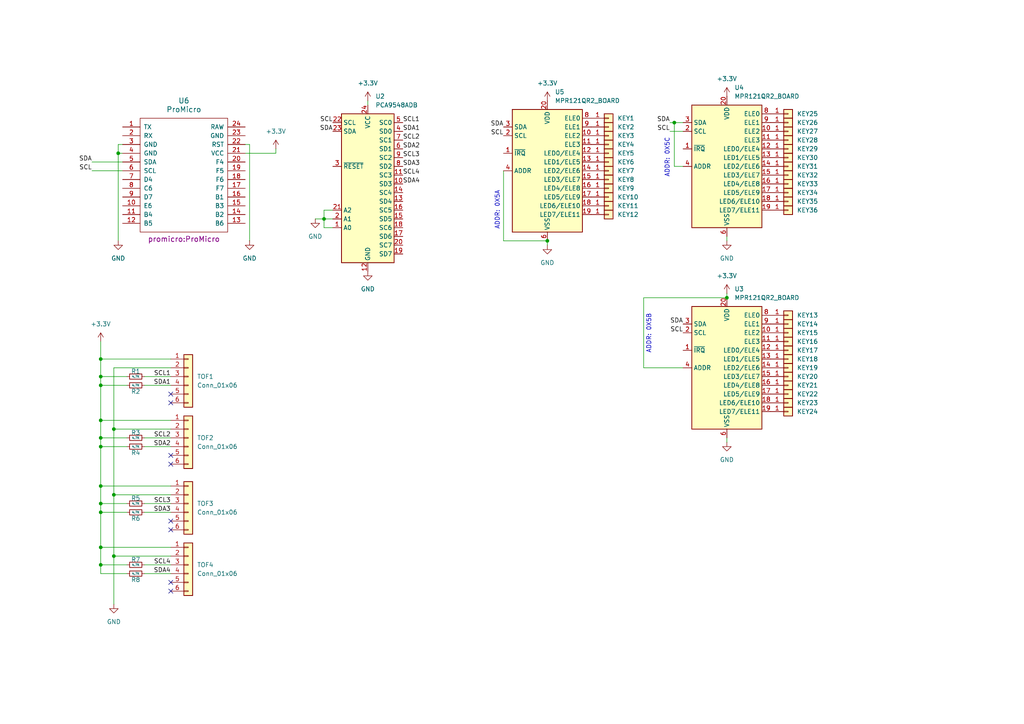
<source format=kicad_sch>
(kicad_sch (version 20231120) (generator "eeschema") (generator_version "8.0")
  (paper "A4")
  (lib_symbols
    (symbol "Connector_Generic:Conn_01x01" (pin_names (offset 1.016) hide)
      (property "Reference" "J" (at 0 2.54 0))
      (property "Value" "Conn_01x01" (at 0 -2.54 0))
      (symbol "Conn_01x01_1_1"
        (rectangle (start -1.27 0.127) (end 0 -0.127) (stroke (width 0.1524)))
        (rectangle (start -1.27 1.27) (end 1.27 -1.27) (stroke (width 0.254)) (fill (type background)))
        (pin passive line (at -5.08 0 0) (length 3.81) (name "Pin_1") (number "1"))
      )
    )
    (symbol "Connector_Generic:Conn_01x06" (pin_names (offset 1.016) hide)
      (property "Reference" "J" (at 0 7.62 0))
      (property "Value" "Conn_01x06" (at 0 -10.16 0))
      (symbol "Conn_01x06_1_1"
        (rectangle (start -1.27 -7.493) (end 0 -7.747) (stroke (width 0.1524)))
        (rectangle (start -1.27 -4.953) (end 0 -5.207) (stroke (width 0.1524)))
        (rectangle (start -1.27 -2.413) (end 0 -2.667) (stroke (width 0.1524)))
        (rectangle (start -1.27 0.127) (end 0 -0.127) (stroke (width 0.1524)))
        (rectangle (start -1.27 2.667) (end 0 2.413) (stroke (width 0.1524)))
        (rectangle (start -1.27 5.207) (end 0 4.953) (stroke (width 0.1524)))
        (rectangle (start -1.27 6.35) (end 1.27 -8.89) (stroke (width 0.254)) (fill (type background)))
        (pin passive line (at -5.08 5.08 0) (length 3.81) (name "Pin_1") (number "1"))
        (pin passive line (at -5.08 2.54 0) (length 3.81) (name "Pin_2") (number "2"))
        (pin passive line (at -5.08 0 0) (length 3.81) (name "Pin_3") (number "3"))
        (pin passive line (at -5.08 -2.54 0) (length 3.81) (name "Pin_4") (number "4"))
        (pin passive line (at -5.08 -5.08 0) (length 3.81) (name "Pin_5") (number "5"))
        (pin passive line (at -5.08 -7.62 0) (length 3.81) (name "Pin_6") (number "6"))
      )
    )
    (symbol "Device:R_Small" (pin_numbers hide) (pin_names (offset 0.254) hide)
      (property "Reference" "R" (at 0.762 0.508 0))
      (property "Value" "R_Small" (at 0.762 -1.016 0))
      (symbol "R_Small_0_1"
        (rectangle (start -0.762 1.778) (end 0.762 -1.778) (stroke (width 0.2032)))
      )
      (symbol "R_Small_1_1"
        (pin passive line (at 0 2.54 270) (length 0.762) (name "~") (number "1"))
        (pin passive line (at 0 -2.54 90) (length 0.762) (name "~") (number "2"))
      )
    )
    (symbol "Interface_Expansion:PCA9548ADB"
      (property "Reference" "U" (at -7.62 21.59 0))
      (property "Value" "PCA9548ADB" (at 1.016 21.59 0))
      (symbol "PCA9548ADB_0_1"
        (rectangle (start -7.62 20.32) (end 7.62 -22.86) (stroke (width 0.254)) (fill (type background)))
      )
      (symbol "PCA9548ADB_1_1"
        (pin input line (at -10.16 -12.7 0) (length 2.54) (name "A0") (number "1"))
        (pin bidirectional line (at 10.16 0 180) (length 2.54) (name "SD3") (number "10"))
        (pin output line (at 10.16 2.54 180) (length 2.54) (name "SC3") (number "11"))
        (pin power_in line (at 0 -25.4 90) (length 2.54) (name "GND") (number "12"))
        (pin bidirectional line (at 10.16 -5.08 180) (length 2.54) (name "SD4") (number "13"))
        (pin output line (at 10.16 -2.54 180) (length 2.54) (name "SC4") (number "14"))
        (pin bidirectional line (at 10.16 -10.16 180) (length 2.54) (name "SD5") (number "15"))
        (pin output line (at 10.16 -7.62 180) (length 2.54) (name "SC5") (number "16"))
        (pin bidirectional line (at 10.16 -15.24 180) (length 2.54) (name "SD6") (number "17"))
        (pin output line (at 10.16 -12.7 180) (length 2.54) (name "SC6") (number "18"))
        (pin bidirectional line (at 10.16 -20.32 180) (length 2.54) (name "SD7") (number "19"))
        (pin input line (at -10.16 -10.16 0) (length 2.54) (name "A1") (number "2"))
        (pin output line (at 10.16 -17.78 180) (length 2.54) (name "SC7") (number "20"))
        (pin input line (at -10.16 -7.62 0) (length 2.54) (name "A2") (number "21"))
        (pin input line (at -10.16 17.78 0) (length 2.54) (name "SCL") (number "22"))
        (pin bidirectional line (at -10.16 15.24 0) (length 2.54) (name "SDA") (number "23"))
        (pin power_in line (at 0 22.86 270) (length 2.54) (name "VCC") (number "24"))
        (pin input line (at -10.16 5.08 0) (length 2.54) (name "~{RESET}") (number "3"))
        (pin bidirectional line (at 10.16 15.24 180) (length 2.54) (name "SD0") (number "4"))
        (pin output line (at 10.16 17.78 180) (length 2.54) (name "SC0") (number "5"))
        (pin bidirectional line (at 10.16 10.16 180) (length 2.54) (name "SD1") (number "6"))
        (pin output line (at 10.16 12.7 180) (length 2.54) (name "SC1") (number "7"))
        (pin bidirectional line (at 10.16 5.08 180) (length 2.54) (name "SD2") (number "8"))
        (pin output line (at 10.16 7.62 180) (length 2.54) (name "SC2") (number "9"))
      )
    )
    (symbol "chu_main:MPR121QR2_BOARD"
      (property "Reference" "U" (at -10.16 19.05 0))
      (property "Value" "MPR121QR2_BOARD" (at 6.35 19.05 0))
      (symbol "MPR121QR2_BOARD_0_1"
        (rectangle (start -10.16 17.78) (end 10.16 -17.78) (stroke (width 0.254)) (fill (type background)))
      )
      (symbol "MPR121QR2_BOARD_1_1"
        (pin open_collector line (at -12.7 5.08 0) (length 2.54) (name "~{IRQ}") (number "1"))
        (pin passive line (at 12.7 10.16 180) (length 2.54) (name "ELE2") (number "10"))
        (pin passive line (at 12.7 7.62 180) (length 2.54) (name "ELE3") (number "11"))
        (pin passive line (at 12.7 5.08 180) (length 2.54) (name "LED0/ELE4") (number "12"))
        (pin passive line (at 12.7 2.54 180) (length 2.54) (name "LED1/ELE5") (number "13"))
        (pin passive line (at 12.7 0 180) (length 2.54) (name "LED2/ELE6") (number "14"))
        (pin passive line (at 12.7 -2.54 180) (length 2.54) (name "LED3/ELE7") (number "15"))
        (pin passive line (at 12.7 -5.08 180) (length 2.54) (name "LED4/ELE8") (number "16"))
        (pin passive line (at 12.7 -7.62 180) (length 2.54) (name "LED5/ELE9") (number "17"))
        (pin passive line (at 12.7 -10.16 180) (length 2.54) (name "LED6/ELE10") (number "18"))
        (pin passive line (at 12.7 -12.7 180) (length 2.54) (name "LED7/ELE11") (number "19"))
        (pin input line (at -12.7 10.16 0) (length 2.54) (name "SCL") (number "2"))
        (pin power_in line (at 0 20.32 270) (length 2.54) (name "VDD") (number "20"))
        (pin bidirectional line (at -12.7 12.7 0) (length 2.54) (name "SDA") (number "3"))
        (pin input line (at -12.7 0 0) (length 2.54) (name "ADDR") (number "4"))
        (pin power_in line (at 0 -20.32 90) (length 2.54) (name "VSS") (number "6"))
        (pin passive line (at 12.7 15.24 180) (length 2.54) (name "ELE0") (number "8"))
        (pin passive line (at 12.7 12.7 180) (length 2.54) (name "ELE1") (number "9"))
      )
    )
    (symbol "power:+3.3V" (power) (pin_numbers hide) (pin_names (offset 0) hide)
      (property "Value" "+3.3V" (at 0 3.556 0))
      (symbol "+3.3V_0_1"
        (polyline (pts (xy -0.762 1.27) (xy 0 2.54)))
        (polyline (pts (xy 0 0) (xy 0 2.54)))
        (polyline (pts (xy 0 2.54) (xy 0.762 1.27)))
      )
      (symbol "+3.3V_1_1"
        (pin power_in line (at 0 0 90) (length 0) (name "~") (number "1"))
      )
    )
    (symbol "power:GND" (power) (pin_numbers hide) (pin_names (offset 0) hide)
      (property "Value" "GND" (at 0 -3.81 0))
      (symbol "GND_0_1"
        (polyline (pts (xy 0 0) (xy 0 -1.27) (xy 1.27 -1.27) (xy 0 -2.54) (xy -1.27 -1.27) (xy 0 -1.27)))
      )
      (symbol "GND_1_1"
        (pin power_in line (at 0 0 270) (length 0) (name "~") (number "1"))
      )
    )
    (symbol "promicro:ProMicro" (pin_names (offset 1.016))
      (property "Reference" "U" (at 0 24.13 0))
      (property "Value" "ProMicro" (at 0 -13.97 0))
      (symbol "ProMicro_0_1"
        (rectangle (start -12.7 21.59) (end 12.7 -11.43))
      )
      (symbol "ProMicro_1_1"
        (pin bidirectional line (at -17.78 19.05 0) (length 5.08) (name "TX") (number "1"))
        (pin bidirectional line (at -17.78 -3.81 0) (length 5.08) (name "E6") (number "10"))
        (pin bidirectional line (at -17.78 -6.35 0) (length 5.08) (name "B4") (number "11"))
        (pin bidirectional line (at -17.78 -8.89 0) (length 5.08) (name "B5") (number "12"))
        (pin bidirectional line (at 17.78 -8.89 180) (length 5.08) (name "B6") (number "13"))
        (pin bidirectional line (at 17.78 -6.35 180) (length 5.08) (name "B2") (number "14"))
        (pin bidirectional line (at 17.78 -3.81 180) (length 5.08) (name "B3") (number "15"))
        (pin bidirectional line (at 17.78 -1.27 180) (length 5.08) (name "B1") (number "16"))
        (pin bidirectional line (at 17.78 1.27 180) (length 5.08) (name "F7") (number "17"))
        (pin bidirectional line (at 17.78 3.81 180) (length 5.08) (name "F6") (number "18"))
        (pin bidirectional line (at 17.78 6.35 180) (length 5.08) (name "F5") (number "19"))
        (pin bidirectional line (at -17.78 16.51 0) (length 5.08) (name "RX") (number "2"))
        (pin bidirectional line (at 17.78 8.89 180) (length 5.08) (name "F4") (number "20"))
        (pin power_in line (at 17.78 11.43 180) (length 5.08) (name "VCC") (number "21"))
        (pin input line (at 17.78 13.97 180) (length 5.08) (name "RST") (number "22"))
        (pin power_in line (at 17.78 16.51 180) (length 5.08) (name "GND") (number "23"))
        (pin power_out line (at 17.78 19.05 180) (length 5.08) (name "RAW") (number "24"))
        (pin power_in line (at -17.78 13.97 0) (length 5.08) (name "GND") (number "3"))
        (pin power_in line (at -17.78 11.43 0) (length 5.08) (name "GND") (number "4"))
        (pin bidirectional line (at -17.78 8.89 0) (length 5.08) (name "SDA") (number "5"))
        (pin bidirectional line (at -17.78 6.35 0) (length 5.08) (name "SCL") (number "6"))
        (pin bidirectional line (at -17.78 3.81 0) (length 5.08) (name "D4") (number "7"))
        (pin bidirectional line (at -17.78 1.27 0) (length 5.08) (name "C6") (number "8"))
        (pin bidirectional line (at -17.78 -1.27 0) (length 5.08) (name "D7") (number "9"))
      )
    )
  )
  (junction (at 34.29 44.45))
  (junction (at 29.21 163.83))
  (junction (at 93.98 63.5))
  (junction (at 29.21 104.14))
  (junction (at 33.02 161.29))
  (junction (at 158.75 69.85))
  (junction (at 29.21 158.75))
  (junction (at 29.21 146.05))
  (junction (at 33.02 143.51))
  (junction (at 195.58 35.56))
  (junction (at 29.21 148.59))
  (junction (at 33.02 124.46))
  (junction (at 29.21 109.22))
  (junction (at 29.21 121.92))
  (junction (at 29.21 111.76))
  (junction (at 29.21 129.54))
  (junction (at 210.82 86.36))
  (junction (at 29.21 127))
  (junction (at 29.21 140.97))
  (no_connect (at 49.53 151.13))
  (no_connect (at 49.53 116.84))
  (no_connect (at 49.53 114.3))
  (no_connect (at 49.53 153.67))
  (no_connect (at 49.53 168.91))
  (no_connect (at 49.53 132.08))
  (no_connect (at 49.53 134.62))
  (no_connect (at 49.53 171.45))
  (wire (pts (xy 33.02 124.46) (xy 33.02 143.51)))
  (wire (pts (xy 29.21 127) (xy 29.21 129.54)))
  (wire (pts (xy 35.56 41.91) (xy 34.29 41.91)))
  (wire (pts (xy 29.21 111.76) (xy 36.83 111.76)))
  (wire (pts (xy 33.02 143.51) (xy 49.53 143.51)))
  (wire (pts (xy 106.68 29.21) (xy 106.68 30.48)))
  (wire (pts (xy 198.12 106.68) (xy 186.69 106.68)))
  (wire (pts (xy 29.21 104.14) (xy 29.21 109.22)))
  (wire (pts (xy 34.29 44.45) (xy 35.56 44.45)))
  (wire (pts (xy 29.21 158.75) (xy 29.21 163.83)))
  (wire (pts (xy 49.53 104.14) (xy 29.21 104.14)))
  (wire (pts (xy 29.21 146.05) (xy 29.21 148.59)))
  (wire (pts (xy 72.39 41.91) (xy 72.39 69.85)))
  (wire (pts (xy 194.31 35.56) (xy 195.58 35.56)))
  (wire (pts (xy 71.12 41.91) (xy 72.39 41.91)))
  (wire (pts (xy 41.91 166.37) (xy 49.53 166.37)))
  (wire (pts (xy 80.01 43.18) (xy 80.01 44.45)))
  (wire (pts (xy 41.91 146.05) (xy 49.53 146.05)))
  (wire (pts (xy 34.29 41.91) (xy 34.29 44.45)))
  (wire (pts (xy 158.75 71.12) (xy 158.75 69.85)))
  (wire (pts (xy 29.21 140.97) (xy 29.21 146.05)))
  (wire (pts (xy 49.53 158.75) (xy 29.21 158.75)))
  (wire (pts (xy 91.44 63.5) (xy 93.98 63.5)))
  (wire (pts (xy 146.05 49.53) (xy 146.05 69.85)))
  (wire (pts (xy 29.21 148.59) (xy 29.21 158.75)))
  (wire (pts (xy 195.58 48.26) (xy 195.58 35.56)))
  (wire (pts (xy 49.53 140.97) (xy 29.21 140.97)))
  (wire (pts (xy 29.21 109.22) (xy 29.21 111.76)))
  (wire (pts (xy 71.12 44.45) (xy 80.01 44.45)))
  (wire (pts (xy 198.12 48.26) (xy 195.58 48.26)))
  (wire (pts (xy 29.21 129.54) (xy 36.83 129.54)))
  (wire (pts (xy 210.82 127) (xy 210.82 128.27)))
  (wire (pts (xy 93.98 66.04) (xy 96.52 66.04)))
  (wire (pts (xy 96.52 60.96) (xy 93.98 60.96)))
  (wire (pts (xy 33.02 124.46) (xy 49.53 124.46)))
  (wire (pts (xy 29.21 127) (xy 36.83 127)))
  (wire (pts (xy 29.21 166.37) (xy 36.83 166.37)))
  (wire (pts (xy 29.21 163.83) (xy 36.83 163.83)))
  (wire (pts (xy 41.91 111.76) (xy 49.53 111.76)))
  (wire (pts (xy 210.82 85.09) (xy 210.82 86.36)))
  (wire (pts (xy 41.91 127) (xy 49.53 127)))
  (wire (pts (xy 49.53 106.68) (xy 33.02 106.68)))
  (wire (pts (xy 33.02 161.29) (xy 49.53 161.29)))
  (wire (pts (xy 34.29 44.45) (xy 34.29 69.85)))
  (wire (pts (xy 29.21 99.06) (xy 29.21 104.14)))
  (wire (pts (xy 29.21 129.54) (xy 29.21 140.97)))
  (wire (pts (xy 29.21 109.22) (xy 36.83 109.22)))
  (wire (pts (xy 33.02 106.68) (xy 33.02 124.46)))
  (wire (pts (xy 26.67 46.99) (xy 35.56 46.99)))
  (wire (pts (xy 186.69 86.36) (xy 210.82 86.36)))
  (wire (pts (xy 33.02 161.29) (xy 33.02 175.26)))
  (wire (pts (xy 93.98 63.5) (xy 93.98 66.04)))
  (wire (pts (xy 194.31 38.1) (xy 198.12 38.1)))
  (wire (pts (xy 146.05 69.85) (xy 158.75 69.85)))
  (wire (pts (xy 93.98 60.96) (xy 93.98 63.5)))
  (wire (pts (xy 186.69 106.68) (xy 186.69 86.36)))
  (wire (pts (xy 41.91 163.83) (xy 49.53 163.83)))
  (wire (pts (xy 49.53 121.92) (xy 29.21 121.92)))
  (wire (pts (xy 93.98 63.5) (xy 96.52 63.5)))
  (wire (pts (xy 41.91 129.54) (xy 49.53 129.54)))
  (wire (pts (xy 26.67 49.53) (xy 35.56 49.53)))
  (wire (pts (xy 29.21 148.59) (xy 36.83 148.59)))
  (wire (pts (xy 210.82 68.58) (xy 210.82 69.85)))
  (wire (pts (xy 41.91 109.22) (xy 49.53 109.22)))
  (wire (pts (xy 29.21 121.92) (xy 29.21 127)))
  (wire (pts (xy 41.91 148.59) (xy 49.53 148.59)))
  (wire (pts (xy 33.02 143.51) (xy 33.02 161.29)))
  (wire (pts (xy 29.21 163.83) (xy 29.21 166.37)))
  (wire (pts (xy 195.58 35.56) (xy 198.12 35.56)))
  (wire (pts (xy 29.21 111.76) (xy 29.21 121.92)))
  (wire (pts (xy 29.21 146.05) (xy 36.83 146.05)))
  (text "ADDR: 0X5C" (at 193.548 45.72 90) (effects (font (size 1.27 1.27))))
  (text "ADDR: 0X5A" (at 144.272 60.96 90) (effects (font (size 1.27 1.27))))
  (text "ADDR: 0X5B" (at 188.214 96.774 90) (effects (font (size 1.27 1.27))))
  (label "SCL3" (at 49.53 146.05 180))
  (label "SCL" (at 26.67 49.53 180))
  (label "SCL4" (at 116.84 50.8 0))
  (label "SCL" (at 198.12 96.52 180))
  (label "SDA2" (at 49.53 129.54 180))
  (label "SDA1" (at 49.53 111.76 180))
  (label "SDA" (at 194.31 35.56 180))
  (label "SCL1" (at 49.53 109.22 180))
  (label "SDA" (at 198.12 93.98 180))
  (label "SDA" (at 26.67 46.99 180))
  (label "SCL1" (at 116.84 35.56 0))
  (label "SDA1" (at 116.84 38.1 0))
  (label "SCL" (at 96.52 35.56 180))
  (label "SCL3" (at 116.84 45.72 0))
  (label "SCL2" (at 116.84 40.64 0))
  (label "SDA4" (at 116.84 53.34 0))
  (label "SDA3" (at 49.53 148.59 180))
  (label "SDA3" (at 116.84 48.26 0))
  (label "SDA4" (at 49.53 166.37 180))
  (label "SCL" (at 146.05 39.37 180))
  (label "SDA" (at 96.52 38.1 180))
  (label "SDA" (at 146.05 36.83 180))
  (label "SCL2" (at 49.53 127 180))
  (label "SCL4" (at 49.53 163.83 180))
  (label "SDA2" (at 116.84 43.18 0))
  (label "SCL" (at 194.31 38.1 180))
  (symbol (lib_id "Connector_Generic:Conn_01x01") (at 228.6 109.22 0) (unit 1)
    (property "Reference" "KEY20" (at 231.14 109.2199 0) (effects (justify left)))
    (property "Value" "Conn_01x01" (effects (hide yes)))
    (property "Footprint" "chu_main:ChuKey" (effects (hide yes)))
    (property "Description" "Generic connector, single row, 01x01, script generated (kicad-library-utils/schlib/autogen/connector/)" (effects (hide yes)))
  )
  (symbol (lib_id "Connector_Generic:Conn_01x01") (at 228.6 116.84 0) (unit 1)
    (property "Reference" "KEY23" (at 231.14 116.8399 0) (effects (justify left)))
    (property "Value" "Conn_01x01" (effects (hide yes)))
    (property "Footprint" "chu_main:ChuKey" (effects (hide yes)))
    (property "Description" "Generic connector, single row, 01x01, script generated (kicad-library-utils/schlib/autogen/connector/)" (effects (hide yes)))
  )
  (symbol (lib_id "chu_main:MPR121QR2_BOARD") (at 210.82 48.26 0) (unit 1)
    (property "Reference" "U4" (at 213.0141 25.4 0) (effects (justify left)))
    (property "Value" "MPR121QR2_BOARD" (at 213.0141 27.94 0) (effects (justify left)))
    (property "Footprint" "chu_main:MPR121_BOARD" (effects (hide yes)))
    (property "Datasheet" "https://resurgentsemi.com/wp-content/uploads/2018/09/MPR121_rev5-Resurgent.pdf?d453f8&d453f8" (effects (hide yes)))
    (property "Description" "12ch Touch Sensor controller, UQFN-20" (effects (hide yes)))
  )
  (symbol (lib_id "Connector_Generic:Conn_01x01") (at 228.6 119.38 0) (unit 1)
    (property "Reference" "KEY24" (at 231.14 119.3799 0) (effects (justify left)))
    (property "Value" "Conn_01x01" (effects (hide yes)))
    (property "Footprint" "chu_main:ChuKey" (effects (hide yes)))
    (property "Description" "Generic connector, single row, 01x01, script generated (kicad-library-utils/schlib/autogen/connector/)" (effects (hide yes)))
  )
  (symbol (lib_id "Device:R_Small") (at 39.37 166.37 90) (unit 1)
    (property "Reference" "R8" (at 39.37 168.148 90))
    (property "Value" "4.7K" (at 39.37 166.37 90) (effects (font (size 0.635 0.635))))
    (property "Footprint" "Resistor_SMD:R_0603_1608Metric" (effects (hide yes)))
    (property "Description" "Resistor, small symbol" (effects (hide yes)))
  )
  (symbol (lib_id "Device:R_Small") (at 39.37 148.59 90) (unit 1)
    (property "Reference" "R6" (at 39.37 150.368 90))
    (property "Value" "4.7K" (at 39.37 148.59 90) (effects (font (size 0.635 0.635))))
    (property "Footprint" "Resistor_SMD:R_0603_1608Metric" (effects (hide yes)))
    (property "Description" "Resistor, small symbol" (effects (hide yes)))
  )
  (symbol (lib_id "power:+3.3V") (at 29.21 99.06 0) (unit 1)
    (property "Reference" "#PWR013" (effects (hide yes)))
    (property "Value" "+3.3V" (at 29.21 93.98 0))
    (property "Description" "Power symbol creates a global label with name \"+3.3V\"" (effects (hide yes)))
  )
  (symbol (lib_id "chu_main:MPR121QR2_BOARD") (at 210.82 106.68 0) (unit 1)
    (property "Reference" "U3" (at 213.0141 83.82 0) (effects (justify left)))
    (property "Value" "MPR121QR2_BOARD" (at 213.0141 86.36 0) (effects (justify left)))
    (property "Footprint" "chu_main:MPR121_BOARD" (effects (hide yes)))
    (property "Datasheet" "https://resurgentsemi.com/wp-content/uploads/2018/09/MPR121_rev5-Resurgent.pdf?d453f8&d453f8" (effects (hide yes)))
    (property "Description" "12ch Touch Sensor controller, UQFN-20" (effects (hide yes)))
  )
  (symbol (lib_id "Device:R_Small") (at 39.37 109.22 90) (unit 1)
    (property "Reference" "R1" (at 39.37 107.696 90))
    (property "Value" "4.7K" (at 39.37 109.22 90) (effects (font (size 0.635 0.635))))
    (property "Footprint" "Resistor_SMD:R_0603_1608Metric" (effects (hide yes)))
    (property "Description" "Resistor, small symbol" (effects (hide yes)))
  )
  (symbol (lib_id "Connector_Generic:Conn_01x01") (at 228.6 58.42 0) (unit 1)
    (property "Reference" "KEY35" (at 231.14 58.4199 0) (effects (justify left)))
    (property "Value" "Conn_01x01" (effects (hide yes)))
    (property "Footprint" "chu_main:ChuKey" (effects (hide yes)))
    (property "Description" "Generic connector, single row, 01x01, script generated (kicad-library-utils/schlib/autogen/connector/)" (effects (hide yes)))
  )
  (symbol (lib_id "Device:R_Small") (at 39.37 127 90) (unit 1)
    (property "Reference" "R3" (at 39.37 125.476 90))
    (property "Value" "4.7K" (at 39.37 127 90) (effects (font (size 0.635 0.635))))
    (property "Footprint" "Resistor_SMD:R_0603_1608Metric" (effects (hide yes)))
    (property "Description" "Resistor, small symbol" (effects (hide yes)))
  )
  (symbol (lib_id "Connector_Generic:Conn_01x01") (at 228.6 99.06 0) (unit 1)
    (property "Reference" "KEY16" (at 231.14 99.0599 0) (effects (justify left)))
    (property "Value" "Conn_01x01" (effects (hide yes)))
    (property "Footprint" "chu_main:ChuKey" (effects (hide yes)))
    (property "Description" "Generic connector, single row, 01x01, script generated (kicad-library-utils/schlib/autogen/connector/)" (effects (hide yes)))
  )
  (symbol (lib_id "Connector_Generic:Conn_01x06") (at 54.61 163.83 0) (unit 1)
    (property "Reference" "TOF4" (at 57.15 163.8299 0) (effects (justify left)))
    (property "Value" "Conn_01x06" (at 57.15 166.3699 0) (effects (justify left)))
    (property "Footprint" "Connector_PinSocket_2.54mm:PinSocket_1x06_P2.54mm_Vertical" (effects (hide yes)))
    (property "Description" "Generic connector, single row, 01x06, script generated (kicad-library-utils/schlib/autogen/connector/)" (effects (hide yes)))
  )
  (symbol (lib_id "Connector_Generic:Conn_01x01") (at 176.53 41.91 0) (unit 1)
    (property "Reference" "KEY4" (at 179.07 41.9099 0) (effects (justify left)))
    (property "Value" "Conn_01x01" (effects (hide yes)))
    (property "Footprint" "chu_main:ChuKey" (effects (hide yes)))
    (property "Description" "Generic connector, single row, 01x01, script generated (kicad-library-utils/schlib/autogen/connector/)" (effects (hide yes)))
  )
  (symbol (lib_id "Connector_Generic:Conn_01x01") (at 228.6 38.1 0) (unit 1)
    (property "Reference" "KEY27" (at 231.14 38.0999 0) (effects (justify left)))
    (property "Value" "Conn_01x01" (effects (hide yes)))
    (property "Footprint" "chu_main:ChuKey" (effects (hide yes)))
    (property "Description" "Generic connector, single row, 01x01, script generated (kicad-library-utils/schlib/autogen/connector/)" (effects (hide yes)))
  )
  (symbol (lib_id "power:GND") (at 210.82 69.85 0) (unit 1)
    (property "Reference" "#PWR012" (effects (hide yes)))
    (property "Value" "GND" (at 210.82 74.93 0))
    (property "Description" "Power symbol creates a global label with name \"GND\" , ground" (effects (hide yes)))
  )
  (symbol (lib_id "Connector_Generic:Conn_01x01") (at 176.53 54.61 0) (unit 1)
    (property "Reference" "KEY9" (at 179.07 54.6099 0) (effects (justify left)))
    (property "Value" "Conn_01x01" (effects (hide yes)))
    (property "Footprint" "chu_main:ChuKey" (effects (hide yes)))
    (property "Description" "Generic connector, single row, 01x01, script generated (kicad-library-utils/schlib/autogen/connector/)" (effects (hide yes)))
  )
  (symbol (lib_id "power:GND") (at 91.44 63.5 0) (unit 1)
    (property "Reference" "#PWR03" (effects (hide yes)))
    (property "Value" "GND" (at 91.44 68.58 0))
    (property "Description" "Power symbol creates a global label with name \"GND\" , ground" (effects (hide yes)))
  )
  (symbol (lib_id "promicro:ProMicro") (at 53.34 55.88 0) (unit 1)
    (property "Reference" "U6" (at 53.34 29.21 0) (effects (font (size 1.524 1.524))))
    (property "Value" "ProMicro" (at 53.34 31.75 0) (effects (font (size 1.524 1.524))))
    (property "Footprint" "promicro:ProMicro" (at 53.34 69.342 0) (effects (font (size 1.524 1.524))))
  )
  (symbol (lib_id "Connector_Generic:Conn_01x06") (at 54.61 127 0) (unit 1)
    (property "Reference" "TOF2" (at 57.15 126.9999 0) (effects (justify left)))
    (property "Value" "Conn_01x06" (at 57.15 129.5399 0) (effects (justify left)))
    (property "Footprint" "Connector_PinSocket_2.54mm:PinSocket_1x06_P2.54mm_Vertical" (effects (hide yes)))
    (property "Description" "Generic connector, single row, 01x06, script generated (kicad-library-utils/schlib/autogen/connector/)" (effects (hide yes)))
  )
  (symbol (lib_id "Connector_Generic:Conn_01x01") (at 228.6 91.44 0) (unit 1)
    (property "Reference" "KEY13" (at 231.14 91.4399 0) (effects (justify left)))
    (property "Value" "Conn_01x01" (effects (hide yes)))
    (property "Footprint" "chu_main:ChuKey" (effects (hide yes)))
    (property "Description" "Generic connector, single row, 01x01, script generated (kicad-library-utils/schlib/autogen/connector/)" (effects (hide yes)))
  )
  (symbol (lib_id "Device:R_Small") (at 39.37 146.05 90) (unit 1)
    (property "Reference" "R5" (at 39.37 144.526 90))
    (property "Value" "4.7K" (at 39.37 146.05 90) (effects (font (size 0.635 0.635))))
    (property "Footprint" "Resistor_SMD:R_0603_1608Metric" (effects (hide yes)))
    (property "Description" "Resistor, small symbol" (effects (hide yes)))
  )
  (symbol (lib_id "Interface_Expansion:PCA9548ADB") (at 106.68 53.34 0) (unit 1)
    (property "Reference" "U2" (at 108.8741 27.94 0) (effects (justify left)))
    (property "Value" "PCA9548ADB" (at 108.8741 30.48 0) (effects (justify left)))
    (property "Footprint" "Package_SO:TSSOP-24_4.4x7.8mm_P0.65mm" (effects (hide yes)))
    (property "Datasheet" "http://www.ti.com/lit/ds/symlink/pca9548a.pdf" (effects (hide yes)))
    (property "Description" "Low voltage 8-channel I2C switch with reset, SSOP-24" (effects (hide yes)))
  )
  (symbol (lib_id "Connector_Generic:Conn_01x01") (at 228.6 96.52 0) (unit 1)
    (property "Reference" "KEY15" (at 231.14 96.5199 0) (effects (justify left)))
    (property "Value" "Conn_01x01" (effects (hide yes)))
    (property "Footprint" "chu_main:ChuKey" (effects (hide yes)))
    (property "Description" "Generic connector, single row, 01x01, script generated (kicad-library-utils/schlib/autogen/connector/)" (effects (hide yes)))
  )
  (symbol (lib_id "Connector_Generic:Conn_01x01") (at 176.53 57.15 0) (unit 1)
    (property "Reference" "KEY10" (at 179.07 57.1499 0) (effects (justify left)))
    (property "Value" "Conn_01x01" (effects (hide yes)))
    (property "Footprint" "chu_main:ChuKey" (effects (hide yes)))
    (property "Description" "Generic connector, single row, 01x01, script generated (kicad-library-utils/schlib/autogen/connector/)" (effects (hide yes)))
  )
  (symbol (lib_id "Connector_Generic:Conn_01x01") (at 228.6 60.96 0) (unit 1)
    (property "Reference" "KEY36" (at 231.14 60.9599 0) (effects (justify left)))
    (property "Value" "Conn_01x01" (effects (hide yes)))
    (property "Footprint" "chu_main:ChuKey" (effects (hide yes)))
    (property "Description" "Generic connector, single row, 01x01, script generated (kicad-library-utils/schlib/autogen/connector/)" (effects (hide yes)))
  )
  (symbol (lib_id "Connector_Generic:Conn_01x01") (at 176.53 44.45 0) (unit 1)
    (property "Reference" "KEY5" (at 179.07 44.4499 0) (effects (justify left)))
    (property "Value" "Conn_01x01" (effects (hide yes)))
    (property "Footprint" "chu_main:ChuKey" (effects (hide yes)))
    (property "Description" "Generic connector, single row, 01x01, script generated (kicad-library-utils/schlib/autogen/connector/)" (effects (hide yes)))
  )
  (symbol (lib_id "Connector_Generic:Conn_01x01") (at 228.6 53.34 0) (unit 1)
    (property "Reference" "KEY33" (at 231.14 53.3399 0) (effects (justify left)))
    (property "Value" "Conn_01x01" (effects (hide yes)))
    (property "Footprint" "chu_main:ChuKey" (effects (hide yes)))
    (property "Description" "Generic connector, single row, 01x01, script generated (kicad-library-utils/schlib/autogen/connector/)" (effects (hide yes)))
  )
  (symbol (lib_id "Connector_Generic:Conn_01x01") (at 176.53 59.69 0) (unit 1)
    (property "Reference" "KEY11" (at 179.07 59.6899 0) (effects (justify left)))
    (property "Value" "Conn_01x01" (effects (hide yes)))
    (property "Footprint" "chu_main:ChuKey" (effects (hide yes)))
    (property "Description" "Generic connector, single row, 01x01, script generated (kicad-library-utils/schlib/autogen/connector/)" (effects (hide yes)))
  )
  (symbol (lib_id "Connector_Generic:Conn_01x01") (at 228.6 45.72 0) (unit 1)
    (property "Reference" "KEY30" (at 231.14 45.7199 0) (effects (justify left)))
    (property "Value" "Conn_01x01" (effects (hide yes)))
    (property "Footprint" "chu_main:ChuKey" (effects (hide yes)))
    (property "Description" "Generic connector, single row, 01x01, script generated (kicad-library-utils/schlib/autogen/connector/)" (effects (hide yes)))
  )
  (symbol (lib_id "Connector_Generic:Conn_01x01") (at 228.6 93.98 0) (unit 1)
    (property "Reference" "KEY14" (at 231.14 93.9799 0) (effects (justify left)))
    (property "Value" "Conn_01x01" (effects (hide yes)))
    (property "Footprint" "chu_main:ChuKey" (effects (hide yes)))
    (property "Description" "Generic connector, single row, 01x01, script generated (kicad-library-utils/schlib/autogen/connector/)" (effects (hide yes)))
  )
  (symbol (lib_id "Connector_Generic:Conn_01x01") (at 228.6 35.56 0) (unit 1)
    (property "Reference" "KEY26" (at 231.14 35.5599 0) (effects (justify left)))
    (property "Value" "Conn_01x01" (effects (hide yes)))
    (property "Footprint" "chu_main:ChuKey" (effects (hide yes)))
    (property "Description" "Generic connector, single row, 01x01, script generated (kicad-library-utils/schlib/autogen/connector/)" (effects (hide yes)))
  )
  (symbol (lib_id "power:GND") (at 72.39 69.85 0) (unit 1)
    (property "Reference" "#PWR02" (effects (hide yes)))
    (property "Value" "GND" (at 72.39 74.93 0))
    (property "Description" "Power symbol creates a global label with name \"GND\" , ground" (effects (hide yes)))
  )
  (symbol (lib_id "Connector_Generic:Conn_01x01") (at 176.53 46.99 0) (unit 1)
    (property "Reference" "KEY6" (at 179.07 46.9899 0) (effects (justify left)))
    (property "Value" "Conn_01x01" (effects (hide yes)))
    (property "Footprint" "chu_main:ChuKey" (effects (hide yes)))
    (property "Description" "Generic connector, single row, 01x01, script generated (kicad-library-utils/schlib/autogen/connector/)" (effects (hide yes)))
  )
  (symbol (lib_id "Connector_Generic:Conn_01x01") (at 228.6 43.18 0) (unit 1)
    (property "Reference" "KEY29" (at 231.14 43.1799 0) (effects (justify left)))
    (property "Value" "Conn_01x01" (effects (hide yes)))
    (property "Footprint" "chu_main:ChuKey" (effects (hide yes)))
    (property "Description" "Generic connector, single row, 01x01, script generated (kicad-library-utils/schlib/autogen/connector/)" (effects (hide yes)))
  )
  (symbol (lib_id "Connector_Generic:Conn_01x01") (at 228.6 50.8 0) (unit 1)
    (property "Reference" "KEY32" (at 231.14 50.7999 0) (effects (justify left)))
    (property "Value" "Conn_01x01" (effects (hide yes)))
    (property "Footprint" "chu_main:ChuKey" (effects (hide yes)))
    (property "Description" "Generic connector, single row, 01x01, script generated (kicad-library-utils/schlib/autogen/connector/)" (effects (hide yes)))
  )
  (symbol (lib_id "Connector_Generic:Conn_01x01") (at 176.53 39.37 0) (unit 1)
    (property "Reference" "KEY3" (at 179.07 39.3699 0) (effects (justify left)))
    (property "Value" "Conn_01x01" (effects (hide yes)))
    (property "Footprint" "chu_main:ChuKey" (effects (hide yes)))
    (property "Description" "Generic connector, single row, 01x01, script generated (kicad-library-utils/schlib/autogen/connector/)" (effects (hide yes)))
  )
  (symbol (lib_id "Connector_Generic:Conn_01x01") (at 228.6 111.76 0) (unit 1)
    (property "Reference" "KEY21" (at 231.14 111.7599 0) (effects (justify left)))
    (property "Value" "Conn_01x01" (effects (hide yes)))
    (property "Footprint" "chu_main:ChuKey" (effects (hide yes)))
    (property "Description" "Generic connector, single row, 01x01, script generated (kicad-library-utils/schlib/autogen/connector/)" (effects (hide yes)))
  )
  (symbol (lib_id "Connector_Generic:Conn_01x01") (at 176.53 36.83 0) (unit 1)
    (property "Reference" "KEY2" (at 179.07 36.8299 0) (effects (justify left)))
    (property "Value" "Conn_01x01" (effects (hide yes)))
    (property "Footprint" "chu_main:ChuKey" (effects (hide yes)))
    (property "Description" "Generic connector, single row, 01x01, script generated (kicad-library-utils/schlib/autogen/connector/)" (effects (hide yes)))
  )
  (symbol (lib_id "Connector_Generic:Conn_01x06") (at 54.61 146.05 0) (unit 1)
    (property "Reference" "TOF3" (at 57.15 146.0499 0) (effects (justify left)))
    (property "Value" "Conn_01x06" (at 57.15 148.5899 0) (effects (justify left)))
    (property "Footprint" "Connector_PinSocket_2.54mm:PinSocket_1x06_P2.54mm_Vertical" (effects (hide yes)))
    (property "Description" "Generic connector, single row, 01x06, script generated (kicad-library-utils/schlib/autogen/connector/)" (effects (hide yes)))
  )
  (symbol (lib_id "power:+3.3V") (at 158.75 29.21 0) (unit 1)
    (property "Reference" "#PWR07" (effects (hide yes)))
    (property "Value" "+3.3V" (at 158.75 24.13 0))
    (property "Description" "Power symbol creates a global label with name \"+3.3V\"" (effects (hide yes)))
  )
  (symbol (lib_id "power:+3.3V") (at 80.01 43.18 0) (unit 1)
    (property "Reference" "#PWR015" (effects (hide yes)))
    (property "Value" "+3.3V" (at 80.01 38.1 0))
    (property "Description" "Power symbol creates a global label with name \"+3.3V\"" (effects (hide yes)))
  )
  (symbol (lib_id "power:GND") (at 158.75 71.12 0) (unit 1)
    (property "Reference" "#PWR010" (effects (hide yes)))
    (property "Value" "GND" (at 158.75 76.2 0))
    (property "Description" "Power symbol creates a global label with name \"GND\" , ground" (effects (hide yes)))
  )
  (symbol (lib_id "Device:R_Small") (at 39.37 129.54 90) (unit 1)
    (property "Reference" "R4" (at 39.37 131.318 90))
    (property "Value" "4.7K" (at 39.37 129.54 90) (effects (font (size 0.635 0.635))))
    (property "Footprint" "Resistor_SMD:R_0603_1608Metric" (effects (hide yes)))
    (property "Description" "Resistor, small symbol" (effects (hide yes)))
  )
  (symbol (lib_id "power:GND") (at 210.82 128.27 0) (unit 1)
    (property "Reference" "#PWR011" (effects (hide yes)))
    (property "Value" "GND" (at 210.82 133.35 0))
    (property "Description" "Power symbol creates a global label with name \"GND\" , ground" (effects (hide yes)))
  )
  (symbol (lib_id "Connector_Generic:Conn_01x01") (at 176.53 49.53 0) (unit 1)
    (property "Reference" "KEY7" (at 179.07 49.5299 0) (effects (justify left)))
    (property "Value" "Conn_01x01" (effects (hide yes)))
    (property "Footprint" "chu_main:ChuKey" (effects (hide yes)))
    (property "Description" "Generic connector, single row, 01x01, script generated (kicad-library-utils/schlib/autogen/connector/)" (effects (hide yes)))
  )
  (symbol (lib_id "power:GND") (at 34.29 69.85 0) (unit 1)
    (property "Reference" "#PWR01" (effects (hide yes)))
    (property "Value" "GND" (at 34.29 74.93 0))
    (property "Description" "Power symbol creates a global label with name \"GND\" , ground" (effects (hide yes)))
  )
  (symbol (lib_id "power:GND") (at 106.68 78.74 0) (unit 1)
    (property "Reference" "#PWR04" (effects (hide yes)))
    (property "Value" "GND" (at 106.68 83.82 0))
    (property "Description" "Power symbol creates a global label with name \"GND\" , ground" (effects (hide yes)))
  )
  (symbol (lib_id "power:GND") (at 33.02 175.26 0) (unit 1)
    (property "Reference" "#PWR014" (effects (hide yes)))
    (property "Value" "GND" (at 33.02 180.34 0))
    (property "Description" "Power symbol creates a global label with name \"GND\" , ground" (effects (hide yes)))
  )
  (symbol (lib_id "Device:R_Small") (at 39.37 111.76 90) (unit 1)
    (property "Reference" "R2" (at 39.37 113.538 90))
    (property "Value" "4.7K" (at 39.37 111.76 90) (effects (font (size 0.635 0.635))))
    (property "Footprint" "Resistor_SMD:R_0603_1608Metric" (effects (hide yes)))
    (property "Description" "Resistor, small symbol" (effects (hide yes)))
  )
  (symbol (lib_id "Connector_Generic:Conn_01x01") (at 176.53 52.07 0) (unit 1)
    (property "Reference" "KEY8" (at 179.07 52.0699 0) (effects (justify left)))
    (property "Value" "Conn_01x01" (effects (hide yes)))
    (property "Footprint" "chu_main:ChuKey" (effects (hide yes)))
    (property "Description" "Generic connector, single row, 01x01, script generated (kicad-library-utils/schlib/autogen/connector/)" (effects (hide yes)))
  )
  (symbol (lib_id "Connector_Generic:Conn_01x01") (at 176.53 34.29 0) (unit 1)
    (property "Reference" "KEY1" (at 179.07 34.2899 0) (effects (justify left)))
    (property "Value" "Conn_01x01" (effects (hide yes)))
    (property "Footprint" "chu_main:ChuKey" (effects (hide yes)))
    (property "Description" "Generic connector, single row, 01x01, script generated (kicad-library-utils/schlib/autogen/connector/)" (effects (hide yes)))
  )
  (symbol (lib_id "power:+3.3V") (at 210.82 27.94 0) (unit 1)
    (property "Reference" "#PWR09" (effects (hide yes)))
    (property "Value" "+3.3V" (at 210.82 22.86 0))
    (property "Description" "Power symbol creates a global label with name \"+3.3V\"" (effects (hide yes)))
  )
  (symbol (lib_id "Connector_Generic:Conn_01x01") (at 228.6 55.88 0) (unit 1)
    (property "Reference" "KEY34" (at 231.14 55.8799 0) (effects (justify left)))
    (property "Value" "Conn_01x01" (effects (hide yes)))
    (property "Footprint" "chu_main:ChuKey" (effects (hide yes)))
    (property "Description" "Generic connector, single row, 01x01, script generated (kicad-library-utils/schlib/autogen/connector/)" (effects (hide yes)))
  )
  (symbol (lib_id "Connector_Generic:Conn_01x01") (at 228.6 106.68 0) (unit 1)
    (property "Reference" "KEY19" (at 231.14 106.6799 0) (effects (justify left)))
    (property "Value" "Conn_01x01" (effects (hide yes)))
    (property "Footprint" "chu_main:ChuKey" (effects (hide yes)))
    (property "Description" "Generic connector, single row, 01x01, script generated (kicad-library-utils/schlib/autogen/connector/)" (effects (hide yes)))
  )
  (symbol (lib_id "Connector_Generic:Conn_01x01") (at 228.6 40.64 0) (unit 1)
    (property "Reference" "KEY28" (at 231.14 40.6399 0) (effects (justify left)))
    (property "Value" "Conn_01x01" (effects (hide yes)))
    (property "Footprint" "chu_main:ChuKey" (effects (hide yes)))
    (property "Description" "Generic connector, single row, 01x01, script generated (kicad-library-utils/schlib/autogen/connector/)" (effects (hide yes)))
  )
  (symbol (lib_id "chu_main:MPR121QR2_BOARD") (at 158.75 49.53 0) (unit 1)
    (property "Reference" "U5" (at 160.9441 26.67 0) (effects (justify left)))
    (property "Value" "MPR121QR2_BOARD" (at 160.9441 29.21 0) (effects (justify left)))
    (property "Footprint" "chu_main:MPR121_BOARD" (effects (hide yes)))
    (property "Datasheet" "https://resurgentsemi.com/wp-content/uploads/2018/09/MPR121_rev5-Resurgent.pdf?d453f8&d453f8" (effects (hide yes)))
    (property "Description" "12ch Touch Sensor controller, UQFN-20" (effects (hide yes)))
  )
  (symbol (lib_id "Connector_Generic:Conn_01x01") (at 228.6 48.26 0) (unit 1)
    (property "Reference" "KEY31" (at 231.14 48.2599 0) (effects (justify left)))
    (property "Value" "Conn_01x01" (effects (hide yes)))
    (property "Footprint" "chu_main:ChuKey" (effects (hide yes)))
    (property "Description" "Generic connector, single row, 01x01, script generated (kicad-library-utils/schlib/autogen/connector/)" (effects (hide yes)))
  )
  (symbol (lib_id "Connector_Generic:Conn_01x06") (at 54.61 109.22 0) (unit 1)
    (property "Reference" "TOF1" (at 57.15 109.2199 0) (effects (justify left)))
    (property "Value" "Conn_01x06" (at 57.15 111.7599 0) (effects (justify left)))
    (property "Footprint" "Connector_PinSocket_2.54mm:PinSocket_1x06_P2.54mm_Vertical" (effects (hide yes)))
    (property "Description" "Generic connector, single row, 01x06, script generated (kicad-library-utils/schlib/autogen/connector/)" (effects (hide yes)))
  )
  (symbol (lib_id "Connector_Generic:Conn_01x01") (at 228.6 104.14 0) (unit 1)
    (property "Reference" "KEY18" (at 231.14 104.1399 0) (effects (justify left)))
    (property "Value" "Conn_01x01" (effects (hide yes)))
    (property "Footprint" "chu_main:ChuKey" (effects (hide yes)))
    (property "Description" "Generic connector, single row, 01x01, script generated (kicad-library-utils/schlib/autogen/connector/)" (effects (hide yes)))
  )
  (symbol (lib_id "power:+3.3V") (at 210.82 85.09 0) (unit 1)
    (property "Reference" "#PWR08" (effects (hide yes)))
    (property "Value" "+3.3V" (at 210.82 80.01 0))
    (property "Description" "Power symbol creates a global label with name \"+3.3V\"" (effects (hide yes)))
  )
  (symbol (lib_id "power:+3.3V") (at 106.68 29.21 0) (unit 1)
    (property "Reference" "#PWR06" (effects (hide yes)))
    (property "Value" "+3.3V" (at 106.68 24.13 0))
    (property "Description" "Power symbol creates a global label with name \"+3.3V\"" (effects (hide yes)))
  )
  (symbol (lib_id "Connector_Generic:Conn_01x01") (at 176.53 62.23 0) (unit 1)
    (property "Reference" "KEY12" (at 179.07 62.2299 0) (effects (justify left)))
    (property "Value" "Conn_01x01" (effects (hide yes)))
    (property "Footprint" "chu_main:ChuKey" (effects (hide yes)))
    (property "Description" "Generic connector, single row, 01x01, script generated (kicad-library-utils/schlib/autogen/connector/)" (effects (hide yes)))
  )
  (symbol (lib_id "Connector_Generic:Conn_01x01") (at 228.6 114.3 0) (unit 1)
    (property "Reference" "KEY22" (at 231.14 114.2999 0) (effects (justify left)))
    (property "Value" "Conn_01x01" (effects (hide yes)))
    (property "Footprint" "chu_main:ChuKey" (effects (hide yes)))
    (property "Description" "Generic connector, single row, 01x01, script generated (kicad-library-utils/schlib/autogen/connector/)" (effects (hide yes)))
  )
  (symbol (lib_id "Connector_Generic:Conn_01x01") (at 228.6 33.02 0) (unit 1)
    (property "Reference" "KEY25" (at 231.14 33.0199 0) (effects (justify left)))
    (property "Value" "Conn_01x01" (effects (hide yes)))
    (property "Footprint" "chu_main:ChuKey" (effects (hide yes)))
    (property "Description" "Generic connector, single row, 01x01, script generated (kicad-library-utils/schlib/autogen/connector/)" (effects (hide yes)))
  )
  (symbol (lib_id "Connector_Generic:Conn_01x01") (at 228.6 101.6 0) (unit 1)
    (property "Reference" "KEY17" (at 231.14 101.5999 0) (effects (justify left)))
    (property "Value" "Conn_01x01" (effects (hide yes)))
    (property "Footprint" "chu_main:ChuKey" (effects (hide yes)))
    (property "Description" "Generic connector, single row, 01x01, script generated (kicad-library-utils/schlib/autogen/connector/)" (effects (hide yes)))
  )
  (symbol (lib_id "Device:R_Small") (at 39.37 163.83 90) (unit 1)
    (property "Reference" "R7" (at 39.37 162.306 90))
    (property "Value" "4.7K" (at 39.37 163.83 90) (effects (font (size 0.635 0.635))))
    (property "Footprint" "Resistor_SMD:R_0603_1608Metric" (effects (hide yes)))
    (property "Description" "Resistor, small symbol" (effects (hide yes)))
  )
)
</source>
